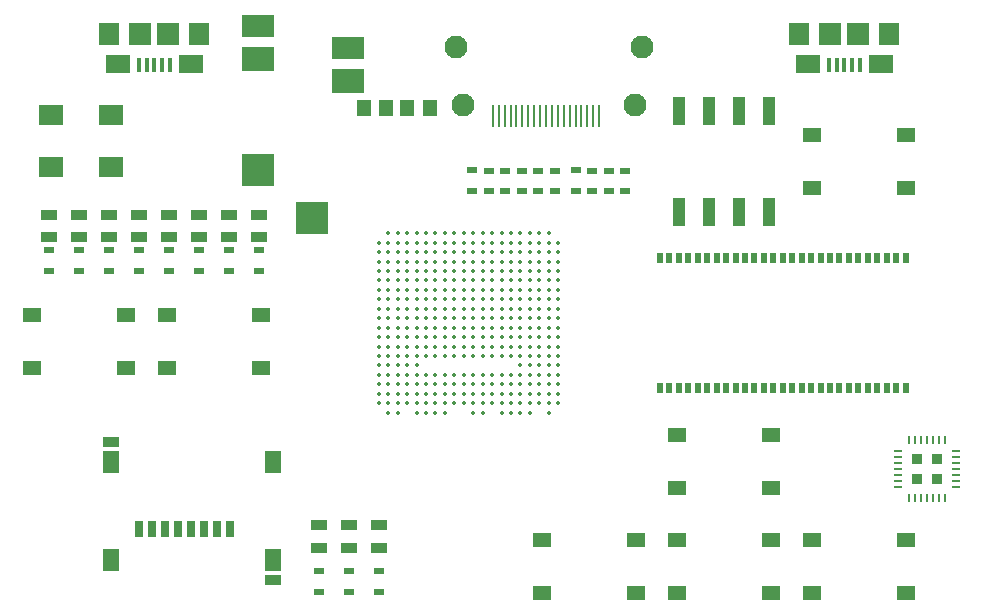
<source format=gtp>
G04 #@! TF.GenerationSoftware,KiCad,Pcbnew,5.0.0+dfsg1-1*
G04 #@! TF.CreationDate,2018-08-19T11:58:05+02:00*
G04 #@! TF.ProjectId,ulx3s,756C7833732E6B696361645F70636200,rev?*
G04 #@! TF.SameCoordinates,Original*
G04 #@! TF.FileFunction,Paste,Top*
G04 #@! TF.FilePolarity,Positive*
%FSLAX46Y46*%
G04 Gerber Fmt 4.6, Leading zero omitted, Abs format (unit mm)*
G04 Created by KiCad (PCBNEW 5.0.0+dfsg1-1) date Sun Aug 19 11:58:05 2018*
%MOMM*%
%LPD*%
G01*
G04 APERTURE LIST*
%ADD10C,0.350000*%
%ADD11R,0.250000X1.850000*%
%ADD12C,1.950000*%
%ADD13R,1.070000X2.390000*%
%ADD14R,0.510000X0.850000*%
%ADD15O,0.800000X0.250000*%
%ADD16O,0.250000X0.800000*%
%ADD17R,0.955000X0.955000*%
%ADD18R,2.750000X1.950000*%
%ADD19R,2.750000X2.150000*%
%ADD20R,2.750000X2.750000*%
%ADD21R,0.650000X1.450000*%
%ADD22R,1.400000X0.850000*%
%ADD23R,1.400000X1.950000*%
%ADD24R,2.150000X1.750000*%
%ADD25R,0.950000X0.620000*%
%ADD26R,1.450000X0.920000*%
%ADD27R,1.245000X1.350000*%
%ADD28R,1.750000X1.850000*%
%ADD29R,0.350000X1.300000*%
%ADD30R,1.850000X1.850000*%
%ADD31R,2.050000X1.550000*%
%ADD32R,1.500000X1.250000*%
G04 APERTURE END LIST*
D10*
G04 #@! TO.C,U1*
X145280000Y-95400000D03*
X143680000Y-95400000D03*
X142880000Y-95400000D03*
X142080000Y-95400000D03*
X141280000Y-95400000D03*
X139680000Y-95400000D03*
X138880000Y-95400000D03*
X136480000Y-95400000D03*
X135680000Y-95400000D03*
X134880000Y-95400000D03*
X134080000Y-95400000D03*
X132480000Y-95400000D03*
X131680000Y-95400000D03*
X146080000Y-94600000D03*
X145280000Y-94600000D03*
X144480000Y-94600000D03*
X143680000Y-94600000D03*
X142880000Y-94600000D03*
X142080000Y-94600000D03*
X141280000Y-94600000D03*
X140480000Y-94600000D03*
X139680000Y-94600000D03*
X138880000Y-94600000D03*
X138080000Y-94600000D03*
X137280000Y-94600000D03*
X136480000Y-94600000D03*
X135680000Y-94600000D03*
X134880000Y-94600000D03*
X134080000Y-94600000D03*
X133280000Y-94600000D03*
X132480000Y-94600000D03*
X131680000Y-94600000D03*
X130880000Y-94600000D03*
X146080000Y-93800000D03*
X145280000Y-93800000D03*
X144480000Y-93800000D03*
X143680000Y-93800000D03*
X142880000Y-93800000D03*
X142080000Y-93800000D03*
X141280000Y-93800000D03*
X140480000Y-93800000D03*
X139680000Y-93800000D03*
X138880000Y-93800000D03*
X138080000Y-93800000D03*
X137280000Y-93800000D03*
X136480000Y-93800000D03*
X135680000Y-93800000D03*
X134880000Y-93800000D03*
X134080000Y-93800000D03*
X133280000Y-93800000D03*
X132480000Y-93800000D03*
X131680000Y-93800000D03*
X130880000Y-93800000D03*
X146080000Y-93000000D03*
X145280000Y-93000000D03*
X144480000Y-93000000D03*
X143680000Y-93000000D03*
X142880000Y-93000000D03*
X142080000Y-93000000D03*
X141280000Y-93000000D03*
X140480000Y-93000000D03*
X139680000Y-93000000D03*
X138880000Y-93000000D03*
X138080000Y-93000000D03*
X137280000Y-93000000D03*
X136480000Y-93000000D03*
X135680000Y-93000000D03*
X134880000Y-93000000D03*
X134080000Y-93000000D03*
X133280000Y-93000000D03*
X132480000Y-93000000D03*
X131680000Y-93000000D03*
X130880000Y-93000000D03*
X146080000Y-92200000D03*
X145280000Y-92200000D03*
X144480000Y-92200000D03*
X143680000Y-92200000D03*
X142880000Y-92200000D03*
X142080000Y-92200000D03*
X141280000Y-92200000D03*
X140480000Y-92200000D03*
X139680000Y-92200000D03*
X138880000Y-92200000D03*
X138080000Y-92200000D03*
X137280000Y-92200000D03*
X136480000Y-92200000D03*
X135680000Y-92200000D03*
X134880000Y-92200000D03*
X134080000Y-92200000D03*
X133280000Y-92200000D03*
X132480000Y-92200000D03*
X131680000Y-92200000D03*
X130880000Y-92200000D03*
X146080000Y-91400000D03*
X145280000Y-91400000D03*
X144480000Y-91400000D03*
X143680000Y-91400000D03*
X142880000Y-91400000D03*
X134080000Y-91400000D03*
X133280000Y-91400000D03*
X132480000Y-91400000D03*
X131680000Y-91400000D03*
X130880000Y-91400000D03*
X146080000Y-90600000D03*
X145280000Y-90600000D03*
X144480000Y-90600000D03*
X143680000Y-90600000D03*
X142880000Y-90600000D03*
X142080000Y-90600000D03*
X141280000Y-90600000D03*
X140480000Y-90600000D03*
X139680000Y-90600000D03*
X138880000Y-90600000D03*
X138080000Y-90600000D03*
X137280000Y-90600000D03*
X136480000Y-90600000D03*
X135680000Y-90600000D03*
X134880000Y-90600000D03*
X134080000Y-90600000D03*
X133280000Y-90600000D03*
X132480000Y-90600000D03*
X131680000Y-90600000D03*
X130880000Y-90600000D03*
X146080000Y-89800000D03*
X145280000Y-89800000D03*
X144480000Y-89800000D03*
X143680000Y-89800000D03*
X142880000Y-89800000D03*
X142080000Y-89800000D03*
X141280000Y-89800000D03*
X140480000Y-89800000D03*
X139680000Y-89800000D03*
X138880000Y-89800000D03*
X138080000Y-89800000D03*
X137280000Y-89800000D03*
X136480000Y-89800000D03*
X135680000Y-89800000D03*
X134880000Y-89800000D03*
X134080000Y-89800000D03*
X133280000Y-89800000D03*
X132480000Y-89800000D03*
X131680000Y-89800000D03*
X130880000Y-89800000D03*
X146080000Y-89000000D03*
X145280000Y-89000000D03*
X144480000Y-89000000D03*
X143680000Y-89000000D03*
X142880000Y-89000000D03*
X142080000Y-89000000D03*
X141280000Y-89000000D03*
X140480000Y-89000000D03*
X139680000Y-89000000D03*
X138880000Y-89000000D03*
X138080000Y-89000000D03*
X137280000Y-89000000D03*
X136480000Y-89000000D03*
X135680000Y-89000000D03*
X134880000Y-89000000D03*
X134080000Y-89000000D03*
X133280000Y-89000000D03*
X132480000Y-89000000D03*
X131680000Y-89000000D03*
X130880000Y-89000000D03*
X146080000Y-88200000D03*
X145280000Y-88200000D03*
X144480000Y-88200000D03*
X143680000Y-88200000D03*
X142880000Y-88200000D03*
X142080000Y-88200000D03*
X141280000Y-88200000D03*
X140480000Y-88200000D03*
X139680000Y-88200000D03*
X138880000Y-88200000D03*
X138080000Y-88200000D03*
X137280000Y-88200000D03*
X136480000Y-88200000D03*
X135680000Y-88200000D03*
X134880000Y-88200000D03*
X134080000Y-88200000D03*
X133280000Y-88200000D03*
X132480000Y-88200000D03*
X131680000Y-88200000D03*
X130880000Y-88200000D03*
X146080000Y-87400000D03*
X145280000Y-87400000D03*
X144480000Y-87400000D03*
X143680000Y-87400000D03*
X142880000Y-87400000D03*
X142080000Y-87400000D03*
X141280000Y-87400000D03*
X140480000Y-87400000D03*
X139680000Y-87400000D03*
X138880000Y-87400000D03*
X138080000Y-87400000D03*
X137280000Y-87400000D03*
X136480000Y-87400000D03*
X135680000Y-87400000D03*
X134880000Y-87400000D03*
X134080000Y-87400000D03*
X133280000Y-87400000D03*
X132480000Y-87400000D03*
X131680000Y-87400000D03*
X130880000Y-87400000D03*
X146080000Y-86600000D03*
X145280000Y-86600000D03*
X144480000Y-86600000D03*
X143680000Y-86600000D03*
X142880000Y-86600000D03*
X142080000Y-86600000D03*
X141280000Y-86600000D03*
X140480000Y-86600000D03*
X139680000Y-86600000D03*
X138880000Y-86600000D03*
X138080000Y-86600000D03*
X137280000Y-86600000D03*
X136480000Y-86600000D03*
X135680000Y-86600000D03*
X134880000Y-86600000D03*
X134080000Y-86600000D03*
X133280000Y-86600000D03*
X132480000Y-86600000D03*
X131680000Y-86600000D03*
X130880000Y-86600000D03*
X146080000Y-85800000D03*
X145280000Y-85800000D03*
X144480000Y-85800000D03*
X143680000Y-85800000D03*
X142880000Y-85800000D03*
X142080000Y-85800000D03*
X141280000Y-85800000D03*
X140480000Y-85800000D03*
X139680000Y-85800000D03*
X138880000Y-85800000D03*
X138080000Y-85800000D03*
X137280000Y-85800000D03*
X136480000Y-85800000D03*
X135680000Y-85800000D03*
X134880000Y-85800000D03*
X134080000Y-85800000D03*
X133280000Y-85800000D03*
X132480000Y-85800000D03*
X131680000Y-85800000D03*
X130880000Y-85800000D03*
X146080000Y-85000000D03*
X145280000Y-85000000D03*
X144480000Y-85000000D03*
X143680000Y-85000000D03*
X142880000Y-85000000D03*
X142080000Y-85000000D03*
X141280000Y-85000000D03*
X140480000Y-85000000D03*
X139680000Y-85000000D03*
X138880000Y-85000000D03*
X138080000Y-85000000D03*
X137280000Y-85000000D03*
X136480000Y-85000000D03*
X135680000Y-85000000D03*
X134880000Y-85000000D03*
X134080000Y-85000000D03*
X133280000Y-85000000D03*
X132480000Y-85000000D03*
X131680000Y-85000000D03*
X130880000Y-85000000D03*
X146080000Y-84200000D03*
X145280000Y-84200000D03*
X144480000Y-84200000D03*
X143680000Y-84200000D03*
X142880000Y-84200000D03*
X142080000Y-84200000D03*
X141280000Y-84200000D03*
X140480000Y-84200000D03*
X139680000Y-84200000D03*
X138880000Y-84200000D03*
X138080000Y-84200000D03*
X137280000Y-84200000D03*
X136480000Y-84200000D03*
X135680000Y-84200000D03*
X134880000Y-84200000D03*
X134080000Y-84200000D03*
X133280000Y-84200000D03*
X132480000Y-84200000D03*
X131680000Y-84200000D03*
X130880000Y-84200000D03*
X146080000Y-83400000D03*
X145280000Y-83400000D03*
X144480000Y-83400000D03*
X143680000Y-83400000D03*
X142880000Y-83400000D03*
X142080000Y-83400000D03*
X141280000Y-83400000D03*
X140480000Y-83400000D03*
X139680000Y-83400000D03*
X138880000Y-83400000D03*
X138080000Y-83400000D03*
X137280000Y-83400000D03*
X136480000Y-83400000D03*
X135680000Y-83400000D03*
X134880000Y-83400000D03*
X134080000Y-83400000D03*
X133280000Y-83400000D03*
X132480000Y-83400000D03*
X131680000Y-83400000D03*
X130880000Y-83400000D03*
X146080000Y-82600000D03*
X145280000Y-82600000D03*
X144480000Y-82600000D03*
X143680000Y-82600000D03*
X142880000Y-82600000D03*
X142080000Y-82600000D03*
X141280000Y-82600000D03*
X140480000Y-82600000D03*
X139680000Y-82600000D03*
X138880000Y-82600000D03*
X138080000Y-82600000D03*
X137280000Y-82600000D03*
X136480000Y-82600000D03*
X135680000Y-82600000D03*
X134880000Y-82600000D03*
X134080000Y-82600000D03*
X133280000Y-82600000D03*
X132480000Y-82600000D03*
X131680000Y-82600000D03*
X130880000Y-82600000D03*
X146080000Y-81800000D03*
X145280000Y-81800000D03*
X144480000Y-81800000D03*
X143680000Y-81800000D03*
X142880000Y-81800000D03*
X142080000Y-81800000D03*
X141280000Y-81800000D03*
X140480000Y-81800000D03*
X139680000Y-81800000D03*
X138880000Y-81800000D03*
X138080000Y-81800000D03*
X137280000Y-81800000D03*
X136480000Y-81800000D03*
X135680000Y-81800000D03*
X134880000Y-81800000D03*
X134080000Y-81800000D03*
X133280000Y-81800000D03*
X132480000Y-81800000D03*
X131680000Y-81800000D03*
X130880000Y-81800000D03*
X146080000Y-81000000D03*
X145280000Y-81000000D03*
X144480000Y-81000000D03*
X143680000Y-81000000D03*
X142880000Y-81000000D03*
X142080000Y-81000000D03*
X141280000Y-81000000D03*
X140480000Y-81000000D03*
X139680000Y-81000000D03*
X138880000Y-81000000D03*
X138080000Y-81000000D03*
X137280000Y-81000000D03*
X136480000Y-81000000D03*
X135680000Y-81000000D03*
X134880000Y-81000000D03*
X134080000Y-81000000D03*
X133280000Y-81000000D03*
X132480000Y-81000000D03*
X131680000Y-81000000D03*
X130880000Y-81000000D03*
X145280000Y-80200000D03*
X144480000Y-80200000D03*
X143680000Y-80200000D03*
X142880000Y-80200000D03*
X142080000Y-80200000D03*
X141280000Y-80200000D03*
X140480000Y-80200000D03*
X139680000Y-80200000D03*
X138880000Y-80200000D03*
X138080000Y-80200000D03*
X137280000Y-80200000D03*
X136480000Y-80200000D03*
X135680000Y-80200000D03*
X134880000Y-80200000D03*
X134080000Y-80200000D03*
X133280000Y-80200000D03*
X132480000Y-80200000D03*
X131680000Y-80200000D03*
G04 #@! TD*
D11*
G04 #@! TO.C,GPDI1*
X149546000Y-70312000D03*
X149046000Y-70312000D03*
X148546000Y-70312000D03*
X148046000Y-70312000D03*
X147546000Y-70312000D03*
X147046000Y-70312000D03*
X146546000Y-70312000D03*
X146046000Y-70312000D03*
X145546000Y-70312000D03*
X145046000Y-70312000D03*
X144546000Y-70312000D03*
X144046000Y-70312000D03*
X143546000Y-70312000D03*
X143046000Y-70312000D03*
X142546000Y-70312000D03*
X142046000Y-70312000D03*
X141546000Y-70312000D03*
X141046000Y-70312000D03*
X140546000Y-70312000D03*
D12*
X152546000Y-69312000D03*
X138046000Y-69312000D03*
X153146000Y-64412000D03*
X137446000Y-64412000D03*
G04 #@! TD*
D13*
G04 #@! TO.C,SW1*
X156330000Y-69815000D03*
X163950000Y-78425000D03*
X158870000Y-69815000D03*
X161410000Y-78425000D03*
X161410000Y-69815000D03*
X158870000Y-78425000D03*
X163950000Y-69815000D03*
X156330000Y-78425000D03*
G04 #@! TD*
D14*
G04 #@! TO.C,U2*
X175493000Y-82270000D03*
X154693000Y-93330000D03*
X155493000Y-93330000D03*
X156293000Y-93330000D03*
X157093000Y-93330000D03*
X157893000Y-93330000D03*
X158693000Y-93330000D03*
X159493000Y-93330000D03*
X160293000Y-93330000D03*
X161093000Y-93330000D03*
X161893000Y-93330000D03*
X162693000Y-93330000D03*
X163493000Y-93330000D03*
X164293000Y-93330000D03*
X165093000Y-93330000D03*
X165893000Y-93330000D03*
X166693000Y-93330000D03*
X167493000Y-93330000D03*
X168293000Y-93330000D03*
X169093000Y-93330000D03*
X169893000Y-93330000D03*
X170693000Y-93330000D03*
X171493000Y-93330000D03*
X172293000Y-93330000D03*
X173093000Y-93330000D03*
X173893000Y-93330000D03*
X174693000Y-93330000D03*
X175493000Y-93330000D03*
X174693000Y-82270000D03*
X173893000Y-82270000D03*
X173093000Y-82270000D03*
X172293000Y-82270000D03*
X171493000Y-82270000D03*
X170693000Y-82270000D03*
X169893000Y-82270000D03*
X169093000Y-82270000D03*
X168293000Y-82270000D03*
X167493000Y-82270000D03*
X166693000Y-82270000D03*
X165893000Y-82270000D03*
X165093000Y-82270000D03*
X164293000Y-82270000D03*
X163493000Y-82270000D03*
X162693000Y-82270000D03*
X161893000Y-82270000D03*
X161093000Y-82270000D03*
X160293000Y-82270000D03*
X159493000Y-82270000D03*
X158693000Y-82270000D03*
X157893000Y-82270000D03*
X157093000Y-82270000D03*
X156293000Y-82270000D03*
X155493000Y-82270000D03*
X154693000Y-82270000D03*
G04 #@! TD*
D15*
G04 #@! TO.C,U8*
X179735000Y-101655000D03*
X179735000Y-101155000D03*
X179735000Y-100655000D03*
X179735000Y-100155000D03*
X179735000Y-99655000D03*
X179735000Y-99155000D03*
X179735000Y-98655000D03*
D16*
X178785000Y-97705000D03*
X178285000Y-97705000D03*
X177785000Y-97705000D03*
X177285000Y-97705000D03*
X176785000Y-97705000D03*
X176285000Y-97705000D03*
X175785000Y-97705000D03*
D15*
X174835000Y-98655000D03*
X174835000Y-99155000D03*
X174835000Y-99655000D03*
X174835000Y-100155000D03*
X174835000Y-100655000D03*
X174835000Y-101155000D03*
X174835000Y-101655000D03*
D16*
X175785000Y-102605000D03*
X176285000Y-102605000D03*
X176785000Y-102605000D03*
X177285000Y-102605000D03*
X177785000Y-102605000D03*
X178285000Y-102605000D03*
X178785000Y-102605000D03*
D17*
X176447500Y-99317500D03*
X176447500Y-100992500D03*
X178122500Y-99317500D03*
X178122500Y-100992500D03*
G04 #@! TD*
D18*
G04 #@! TO.C,AUDIO1*
X120668000Y-62618000D03*
D19*
X120668000Y-65418000D03*
D20*
X120668000Y-74818000D03*
X125218000Y-78918000D03*
D19*
X128268000Y-67318000D03*
D18*
X128268000Y-64518000D03*
G04 #@! TD*
D21*
G04 #@! TO.C,SD1*
X118250000Y-105250000D03*
X117150000Y-105250000D03*
X116050000Y-105250000D03*
X114950000Y-105250000D03*
X113850000Y-105250000D03*
X112750000Y-105250000D03*
X111650000Y-105250000D03*
X110550000Y-105250000D03*
D22*
X121925000Y-109550000D03*
X108175000Y-97850000D03*
D23*
X108175000Y-107850000D03*
X121925000Y-107850000D03*
X121925000Y-99550000D03*
X108175000Y-99550000D03*
G04 #@! TD*
D24*
G04 #@! TO.C,Y1*
X108212000Y-70160000D03*
X103132000Y-70160000D03*
X103132000Y-74560000D03*
X108212000Y-74560000D03*
G04 #@! TD*
D25*
G04 #@! TO.C,C36*
X150361000Y-76646000D03*
X150361000Y-74896000D03*
G04 #@! TD*
G04 #@! TO.C,C37*
X151758000Y-74896000D03*
X151758000Y-76646000D03*
G04 #@! TD*
G04 #@! TO.C,C38*
X140201000Y-74896000D03*
X140201000Y-76646000D03*
G04 #@! TD*
G04 #@! TO.C,C39*
X142995000Y-76646000D03*
X142995000Y-74896000D03*
G04 #@! TD*
G04 #@! TO.C,C40*
X145789000Y-76646000D03*
X145789000Y-74896000D03*
G04 #@! TD*
G04 #@! TO.C,C41*
X148964000Y-74896000D03*
X148964000Y-76646000D03*
G04 #@! TD*
G04 #@! TO.C,C42*
X138742800Y-76638600D03*
X138742800Y-74888600D03*
G04 #@! TD*
G04 #@! TO.C,C43*
X141598000Y-74896000D03*
X141598000Y-76646000D03*
G04 #@! TD*
G04 #@! TO.C,C44*
X144392000Y-74896000D03*
X144392000Y-76646000D03*
G04 #@! TD*
G04 #@! TO.C,C45*
X147567000Y-76634000D03*
X147567000Y-74884000D03*
G04 #@! TD*
D26*
G04 #@! TO.C,D19*
X130930000Y-106825000D03*
X130930000Y-104915000D03*
G04 #@! TD*
G04 #@! TO.C,D0*
X120770000Y-78644000D03*
X120770000Y-80554000D03*
G04 #@! TD*
G04 #@! TO.C,D1*
X118230000Y-80554000D03*
X118230000Y-78644000D03*
G04 #@! TD*
G04 #@! TO.C,D2*
X115690000Y-78644000D03*
X115690000Y-80554000D03*
G04 #@! TD*
G04 #@! TO.C,D3*
X113150000Y-78644000D03*
X113150000Y-80554000D03*
G04 #@! TD*
G04 #@! TO.C,D4*
X110610000Y-80554000D03*
X110610000Y-78644000D03*
G04 #@! TD*
G04 #@! TO.C,D5*
X108070000Y-80554000D03*
X108070000Y-78644000D03*
G04 #@! TD*
G04 #@! TO.C,D6*
X105545000Y-78644000D03*
X105545000Y-80554000D03*
G04 #@! TD*
G04 #@! TO.C,D7*
X102990000Y-80554000D03*
X102990000Y-78644000D03*
G04 #@! TD*
G04 #@! TO.C,D18*
X128390000Y-106825000D03*
X128390000Y-104915000D03*
G04 #@! TD*
G04 #@! TO.C,D22*
X125850000Y-104915000D03*
X125850000Y-106825000D03*
G04 #@! TD*
D25*
G04 #@! TO.C,R41*
X120770000Y-83377000D03*
X120770000Y-81627000D03*
G04 #@! TD*
G04 #@! TO.C,R42*
X118230000Y-81627000D03*
X118230000Y-83377000D03*
G04 #@! TD*
G04 #@! TO.C,R43*
X115690000Y-83377000D03*
X115690000Y-81627000D03*
G04 #@! TD*
G04 #@! TO.C,R44*
X113150000Y-81627000D03*
X113150000Y-83377000D03*
G04 #@! TD*
G04 #@! TO.C,R45*
X110610000Y-81627000D03*
X110610000Y-83377000D03*
G04 #@! TD*
G04 #@! TO.C,R46*
X108070000Y-83377000D03*
X108070000Y-81627000D03*
G04 #@! TD*
G04 #@! TO.C,R47*
X105530000Y-81627000D03*
X105530000Y-83377000D03*
G04 #@! TD*
G04 #@! TO.C,R48*
X102990000Y-83377000D03*
X102990000Y-81627000D03*
G04 #@! TD*
G04 #@! TO.C,R36*
X128390000Y-110555000D03*
X128390000Y-108805000D03*
G04 #@! TD*
G04 #@! TO.C,R37*
X130930000Y-110555000D03*
X130930000Y-108805000D03*
G04 #@! TD*
G04 #@! TO.C,R62*
X125850000Y-108805000D03*
X125850000Y-110555000D03*
G04 #@! TD*
D27*
G04 #@! TO.C,RV2*
X131531500Y-69566000D03*
X129596500Y-69566000D03*
G04 #@! TD*
G04 #@! TO.C,RV3*
X133279500Y-69566000D03*
X135214500Y-69566000D03*
G04 #@! TD*
D28*
G04 #@! TO.C,US1*
X108080000Y-63325000D03*
X115680000Y-63325000D03*
D29*
X110580000Y-66000000D03*
X111230000Y-66000000D03*
X111880000Y-66000000D03*
X112530000Y-66000000D03*
X113180000Y-66000000D03*
D30*
X110680000Y-63325000D03*
X113080000Y-63325000D03*
D31*
X108780000Y-65875000D03*
X114980000Y-65875000D03*
G04 #@! TD*
G04 #@! TO.C,US2*
X173400000Y-65875000D03*
X167200000Y-65875000D03*
D30*
X171500000Y-63325000D03*
X169100000Y-63325000D03*
D29*
X171600000Y-66000000D03*
X170950000Y-66000000D03*
X170300000Y-66000000D03*
X169650000Y-66000000D03*
X169000000Y-66000000D03*
D28*
X174100000Y-63325000D03*
X166500000Y-63325000D03*
G04 #@! TD*
D32*
G04 #@! TO.C,B0*
X175550000Y-71870000D03*
X175550000Y-76370000D03*
X167590000Y-76370000D03*
X167590000Y-71870000D03*
G04 #@! TD*
G04 #@! TO.C,B1*
X109510000Y-91610000D03*
X109510000Y-87110000D03*
X101550000Y-87110000D03*
X101550000Y-91610000D03*
G04 #@! TD*
G04 #@! TO.C,B2*
X112980000Y-91610000D03*
X112980000Y-87110000D03*
X120940000Y-87110000D03*
X120940000Y-91610000D03*
G04 #@! TD*
G04 #@! TO.C,B3*
X164120000Y-101770000D03*
X164120000Y-97270000D03*
X156160000Y-97270000D03*
X156160000Y-101770000D03*
G04 #@! TD*
G04 #@! TO.C,B4*
X164120000Y-106160000D03*
X164120000Y-110660000D03*
X156160000Y-110660000D03*
X156160000Y-106160000D03*
G04 #@! TD*
G04 #@! TO.C,B5*
X144730000Y-106160000D03*
X144730000Y-110660000D03*
X152690000Y-110660000D03*
X152690000Y-106160000D03*
G04 #@! TD*
G04 #@! TO.C,B6*
X175550000Y-106160000D03*
X175550000Y-110660000D03*
X167590000Y-110660000D03*
X167590000Y-106160000D03*
G04 #@! TD*
M02*

</source>
